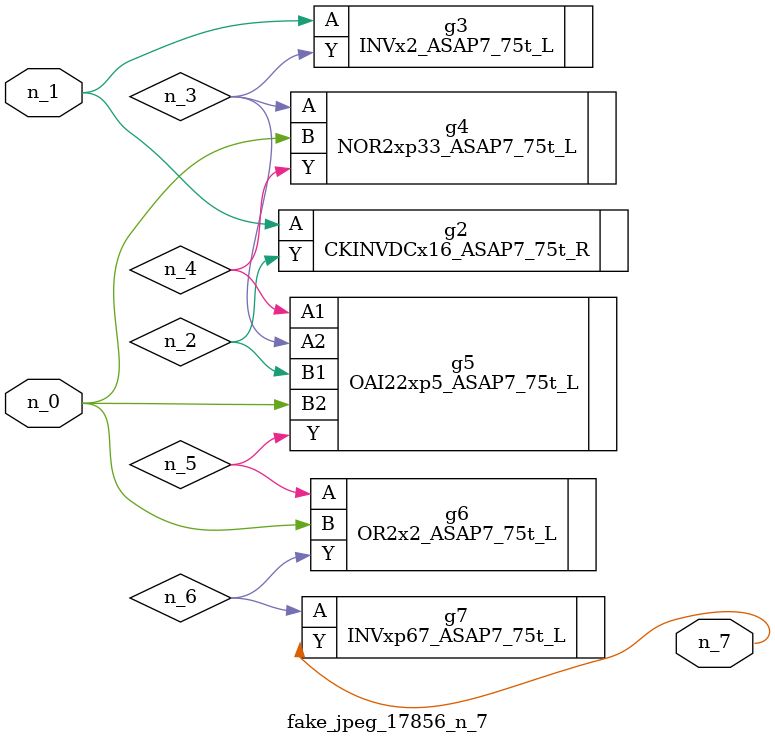
<source format=v>
module fake_jpeg_17856_n_7 (n_0, n_1, n_7);

input n_0;
input n_1;

output n_7;

wire n_2;
wire n_3;
wire n_4;
wire n_6;
wire n_5;

CKINVDCx16_ASAP7_75t_R g2 ( 
.A(n_1),
.Y(n_2)
);

INVx2_ASAP7_75t_L g3 ( 
.A(n_1),
.Y(n_3)
);

NOR2xp33_ASAP7_75t_L g4 ( 
.A(n_3),
.B(n_0),
.Y(n_4)
);

OAI22xp5_ASAP7_75t_L g5 ( 
.A1(n_4),
.A2(n_3),
.B1(n_2),
.B2(n_0),
.Y(n_5)
);

OR2x2_ASAP7_75t_L g6 ( 
.A(n_5),
.B(n_0),
.Y(n_6)
);

INVxp67_ASAP7_75t_L g7 ( 
.A(n_6),
.Y(n_7)
);


endmodule
</source>
